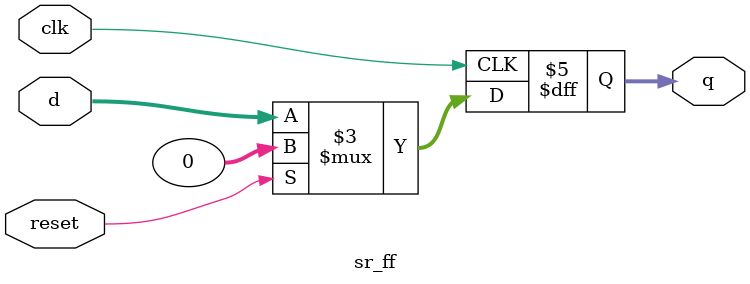
<source format=sv>

module sr_ff #(parameter N=32)(input logic[N-1:0]d, input logic clk,reset, output logic [N-1:0]q);

always_ff@(posedge clk)
begin
if (reset)
	q<= 0 ;
	
else
	q<= d;
end
endmodule
</source>
